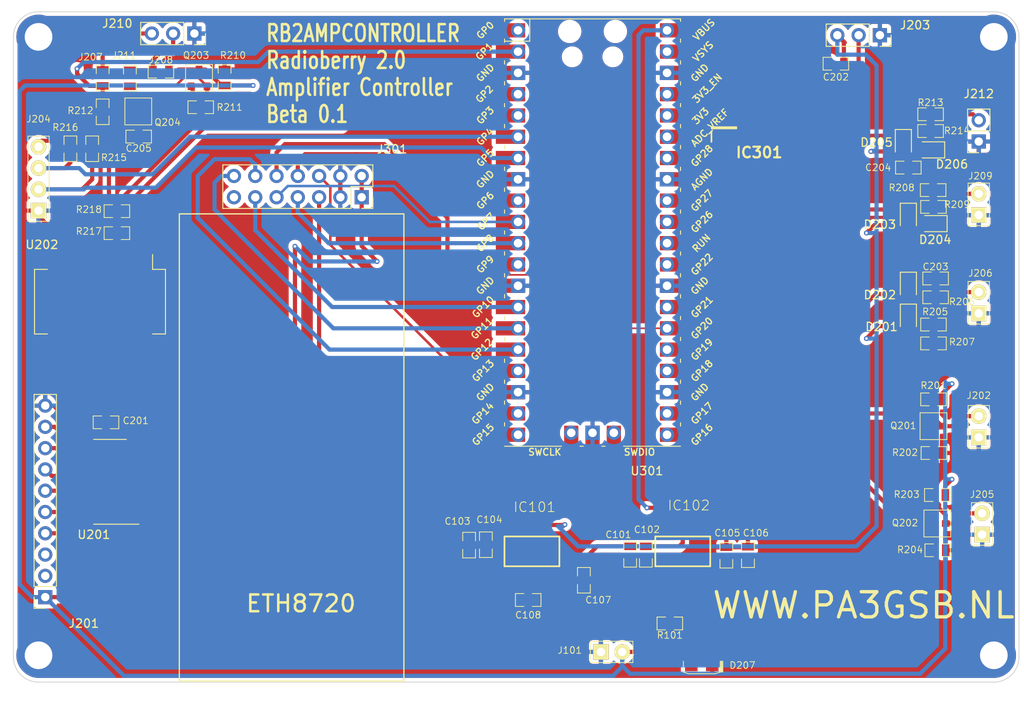
<source format=kicad_pcb>
(kicad_pcb (version 20221018) (generator pcbnew)
  (layers (0 "F.Cu" signal) (31 "B.Cu" signal) (34 "B.Paste" user) (35 "F.Paste" user) (36 "B.SilkS" user "B.Silkscreen") (37 "F.SilkS" user "F.Silkscreen") (38 "B.Mask" user) (39 "F.Mask" user) (44 "Edge.Cuts" user))
  (net 0 "")
  (net 1 "+5V")
  (net 2 "GND")
  (net 3 "+3V3")
  (net 4 "+12V")
  (net 5 "VoltCheck")
  (net 6 "Net-(Q204-B)")
  (net 7 "UFWD")
  (net 8 "Urev")
  (net 9 "Net-(IC301-CATHODE)")
  (net 11 "Net-(J201-Pin_2)")
  (net 12 "Net-(J201-Pin_3)")
  (net 13 "Net-(J201-Pin_4)")
  (net 14 "Net-(J201-Pin_5)")
  (net 15 "Net-(J201-Pin_6)")
  (net 16 "Net-(J201-Pin_7)")
  (net 17 "Net-(J201-Pin_8)")
  (net 18 "Net-(J201-Pin_9)")
  (net 19 "Net-(J202-P2)")
  (net 20 "Current")
  (net 21 "I2C0 SCK")
  (net 22 "I2C0 SDA")
  (net 23 "Net-(J205-P2)")
  (net 24 "Net-(J206-P2)")
  (net 25 "FAN_PWM")
  (net 26 "Net-(J210-Pin_3)")
  (net 27 "Net-(J210-Pin_2)")
  (net 28 "Net-(J209-P2)")
  (net 29 "TX")
  (net 30 "BIAS")
  (net 31 "Net-(Q203-G)")
  (net 32 "Net-(Q203-S)")
  (net 33 "Net-(R205-Pad2)")
  (net 34 "Net-(J212-P2)")
  (net 35 "Net-(U201-I1)")
  (net 36 "Net-(U201-I2)")
  (net 37 "Net-(U201-I3)")
  (net 38 "Net-(U201-I4)")
  (net 39 "Net-(U201-I5)")
  (net 40 "Net-(U201-I6)")
  (net 41 "Net-(U201-I7)")
  (net 42 "Net-(U201-I8)")
  (net 43 "I2C1 SCK")
  (net 44 "I2C1 SDA")
  (net 50 "RXD0")
  (net 51 "RXD1")
  (net 52 "CRS")
  (net 54 "MDIO")
  (net 55 "TX_EN")
  (net 56 "TXD1")
  (net 58 "MDC")
  (net 60 "RXCLK")
  (net 69 "TXD0")
  (net 71 "Net-(D207-A)")
  (footprint "hermeslite:SMD-0805" (layer "F.Cu") (at 142.830063 129.600062 180)
    (fp_text reference "C108")
    (fp_text value "10uF" hide)
  )
  (footprint "hermeslite:SMD-0805" (layer "F.Cu") (at 191.2475 112.06 180)
    (fp_text reference "R202")
    (fp_text value "4.7K" hide)
  )
  (footprint "Diode_SMD:D_0805_2012Metric" (layer "F.Cu") (at 188.2 95.98 -90)
    (fp_text reference "D201")
    (fp_text value "DIODESCH" hide)
  )
  (footprint "hermeslite:SMD-0805" (layer "F.Cu") (at 191.45 91.23 180)
    (fp_text reference "C203")
    (fp_text value "1uF" hide)
  )
  (footprint "hermeslite:SMD-0805" (layer "F.Cu") (at 93.7525 85.824 180)
    (fp_text reference "R217")
    (fp_text value "4.7K" hide)
  )
  (footprint "hermeslite:SMD-0805" (layer "F.Cu") (at 149.477563 127.247562 -90)
    (fp_text reference "C107")
    (fp_text value "100nF" hide)
  )
  (footprint "Connector_PinSocket_2.54mm:PinSocket_1x10_P2.54mm_Vertical" (layer "F.Cu") (at 85.2 129.26 180)
    (fp_text reference "J201")
    (fp_text value "LPF")
  )
  (footprint "hermeslite:SMD-0805" (layer "F.Cu") (at 191.2 98.98 180)
    (fp_text reference "R207")
    (fp_text value "10K" hide)
  )
  (footprint "hermeslite:SOT23_3" (layer "F.Cu") (at 190.2 108.86 -90)
    (fp_text reference "Q201")
    (fp_text value "MOSFET_N" hide)
  )
  (footprint "hermeslite:SMD-0805" (layer "F.Cu") (at 190.85 73.6375)
    (fp_text reference "R214")
    (fp_text value "10K" hide)
  )
  (footprint "Diode_SMD:D_0805_2012Metric" (layer "F.Cu") (at 187.6 75.1375 -90)
    (fp_text reference "D205")
    (fp_text value "DIODESCH" hide)
  )
  (footprint "hermeslite:m3" (layer "F.Cu") (at 84.4 62.4)
    (fp_text reference "MH1" hide)
    (fp_text value "DNI" hide)
  )
  (footprint "hermeslite:SMD-0805" (layer "F.Cu") (at 179.5525 65.6 180)
    (fp_text reference "C202")
    (fp_text value "100nF" hide)
  )
  (footprint "hermeslite:SMD-0805" (layer "F.Cu") (at 92.05 67.2975 90)
    (fp_text reference "J207")
    (fp_text value "JNC" hide)
  )
  (footprint "hermeslite:SMD-0805" (layer "F.Cu") (at 188.2 78 180)
    (fp_text reference "C204")
    (fp_text value "100nF" hide)
  )
  (footprint "hermeslite:SMD-0805" (layer "F.Cu") (at 191.1525 80.6875 180)
    (fp_text reference "R208")
    (fp_text value "20K" hide)
  )
  (footprint "Connector_PinSocket_2.54mm:PinSocket_1x03_P2.54mm_Vertical" (layer "F.Cu") (at 184.805 62.2 -90)
    (fp_text reference "J203")
    (fp_text value "Current")
  )
  (footprint "rb-eagle:V-REG_SOT223" (layer "F.Cu") (at 161.277563 123.800062)
    (fp_text reference "IC102")
    (fp_text value "V-REG_LD117AS50TR" hide)
  )
  (footprint "hermeslite:SMD-0805" (layer "F.Cu") (at 93.7525 83.2 180)
    (fp_text reference "R218")
    (fp_text value "4.7K" hide)
  )
  (footprint "hermeslite:SMD-0805" (layer "F.Cu") (at 106.6 67.2475 90)
    (fp_text reference "R210")
    (fp_text value "DNI" hide)
  )
  (footprint "hermeslite:SMD-0805" (layer "F.Cu") (at 96.3475 74.2975)
    (fp_text reference "C205")
    (fp_text value "DNI" hide)
  )
  (footprint "hermeslite:SMD-0805" (layer "F.Cu") (at 155 124.1525 -90)
    (fp_text reference "C101")
    (fp_text value "100pF" hide)
  )
  (footprint "rb-eagle:V-REG_SOT223" (layer "F.Cu") (at 143.277563 123.800062)
    (fp_text reference "IC101")
    (fp_text value "V-REG_LD117AS33TR" hide)
  )
  (footprint "hermeslite:SMD-0805" (layer "F.Cu") (at 190.85 71.6375 180)
    (fp_text reference "R213")
    (fp_text value "20K" hide)
  )
  (footprint "hermeslite:2x1" (layer "F.Cu") (at 196.6 83.6675 90)
    (fp_text reference "J209")
    (fp_text value "Ufwd")
  )
  (footprint "hermeslite:SMD-0805" (layer "F.Cu") (at 90.8 75.7525 90)
    (fp_text reference "R215")
    (fp_text value "4.7K" hide)
  )
  (footprint "hermeslite:m3" (layer "F.Cu") (at 84.4 136.2)
    (fp_text reference "MH3" hide)
    (fp_text value "DNI" hide)
  )
  (footprint "Package_SO:SOIC-16_3.9x9.9mm_P1.27mm" (layer "F.Cu") (at 92.925 115.495 180)
    (fp_text reference "U201")
    (fp_text value "ULN2803")
  )
  (footprint "hermeslite:m3" (layer "F.Cu") (at 198.4 136.2)
    (fp_text reference "MH4" hide)
    (fp_text value "DNI" hide)
  )
  (footprint "hermeslite:SMD-0805" (layer "F.Cu") (at 191.2 82.6875)
    (fp_text reference "R209")
    (fp_text value "10K" hide)
  )
  (footprint "hermeslite:2x1" (layer "F.Cu") (at 151.512563 135.800062)
    (fp_text reference "J101")
    (fp_text value "+12V")
  )
  (footprint "hermeslite:SMD-0805" (layer "F.Cu") (at 137.782563 123.000062 -90)
    (fp_text reference "C104")
    (fp_text value "10uF" hide)
  )
  (footprint "hermeslite:m3" (layer "F.Cu") (at 198.4 62.4)
    (fp_text reference "MH2" hide)
    (fp_text value "DNI" hide)
  )
  (footprint "hermeslite:2x1" (layer "F.Cu") (at 197 121.8 90)
    (fp_text reference "J205")
    (fp_text value "BIAS")
  )
  (footprint "hermeslite:SMD-0805" (layer "F.Cu") (at 191.6575 117.07)
    (fp_text reference "R203")
    (fp_text value "10K" hide)
  )
  (footprint "MCU_RaspberryPi_and_Boards:RPi_Pico_SMD_TH" (layer "F.Cu") (at 150.51 85.75)
    (fp_text reference "U301")
    (fp_text value "Pico")
  )
  (footprint "Connector_PinSocket_2.54mm:PinSocket_2x07_P2.54mm_Vertical" (layer "F.Cu") (at 122.96 81.54 -90)
    (fp_text reference "J301")
    (fp_text value "Eth" hide)
  )
  (footprint "Package_SO:SOIC-20W_7.5x15.4mm_P1.27mm" (layer "F.Cu") (at 91.7325 93.999 -90)
    (fp_text reference "U202")
    (fp_text value "MCP23008-E_SS")
  )
  (footprint "hermeslite:SMD-0805" (layer "F.Cu") (at 159.735063 132.400062)
    (fp_text reference "R101")
    (fp_text value "680" hide)
  )
  (footprint "hermeslite:SMD-0805" (layer "F.Cu") (at 103.7525 70.7975 180)
    (fp_text reference "R211")
    (fp_text value "DNI" hide)
  )
  (footprint "hermeslite:SMD-0805" (layer "F.Cu") (at 191.2 96.73 180)
    (fp_text reference "R205")
    (fp_text value "330K" hide)
  )
  (footprint "hermeslite:SMD-0805" (layer "F.Cu") (at 191.2 105.66)
    (fp_text reference "R201")
    (fp_text value "10K" hide)
  )
  (footprint "hermeslite:SMD-0805" (layer "F.Cu") (at 99.0025 66.5475 180)
    (fp_text reference "J208")
    (fp_text value "JNC" hide)
  )
  (footprint "hermeslite:SOT23_3" (layer "F.Cu") (at 190.655 120.47 -90)
    (fp_text reference "Q202")
    (fp_text value "MOSFET_N" hide)
  )
  (footprint "LM4040DIM3X:SOT95P237X112-3N" (layer "F.Cu") (at 166.2 73.25 90)
    (fp_text reference "IC301")
    (fp_text value "LM4040DIM3X-3.0_NOPB" hide)
  )
  (footprint "hermeslite:SMD-0805" (layer "F.Cu") (at 135.782563 123.047562 -90)
    (fp_text reference "C103")
    (fp_text value "100nF" hide)
  )
  (footprint "Diode_SMD:D_0805_2012Metric" (layer "F.Cu") (at 188.2 83.9375 -90)
    (fp_text reference "D203")
    (fp_text value "DIODESCH" hide)
  )
  (footprint "hermeslite:SMD-0805" (layer "F.Cu") (at 156.877563 124.152562 -90)
    (fp_text reference "C102")
    (fp_text value "100nF" hide)
  )
  (footprint "hermeslite:2x1" (layer "F.Cu") (at 196.6 95.4 90)
    (fp_text reference "J206")
    (fp_text value "Voltage Check")
  )
  (footprint "hermeslite:SMD-0805" (layer "F.Cu") (at 166.477563 124.257562 90)
    (fp_text reference "C105")
    (fp_text value "100pF" hide)
  )
  (footprint "Connector_PinSocket_2.54mm:PinSocket_1x02_P2.54mm_Vertical" (layer "F.Cu") (at 196.6 74.8875 180)
    (fp_text reference "J212")
    (fp_text value "Urev")
  )
  (footprint "hermeslite:SMD-0805" (layer "F.Cu") (at 88.2 75.7525 90)
    (fp_text reference "R216")
    (fp_text value "4.7K" hide)
  )
  (footprint "hermeslite:4x1" (layer "F.Cu") (at 84.4 83.14 90)
    (fp_text reference "J204")
    (fp_text value "Temp")
  )
  (footprint "hermeslite:SMD-0805" (layer "F.Cu") (at 92.4475 108.4)
    (fp_text reference "C201")
    (fp_text value "100nF" hide)
  )
  (footprint "hermeslite:SMD-0805" (layer "F.Cu") (at 169.0575 124.200062 90)
    (fp_text reference "C106")
    (fp_text value "100nF" hide)
  )
  (footprint "hermeslite:2x1" (layer "F.Cu") (at 196.6 110.2 90)
    (fp_text reference "J202")
    (fp_text value "TX")
  )
  (footprint "hermeslite:SMD-0805" (layer "F.Cu") (at 191.7025 123.67 180)
    (fp_text reference "R204")
    (fp_text value "4.7K" hide)
  )
  (footprint "hermeslite:SOT23_3" (layer "F.Cu") (at 95.3 71.2975 -90)
    (fp_text reference "Q204")
    (fp_text value "DNI" hide)
  )
  (footprint "hermeslite:SOT23_3" (layer "F.Cu") (at 103.55 68.2975)
    (fp_text reference "Q203")
    (fp_text value "DNI" hide)
  )
  (footprint "Diode_SMD:D_0805_2012Metric" (layer "F.Cu") (at 190.85 75.8875 180)
    (fp_text reference "D206")
    (fp_text value "DIODESCH" hide)
  )
  (footprint "hermeslite:LED" (layer "F.Cu") (at 163.55 137.6)
    (fp_text reference "D207")
    (fp_text value "LED_Small")
  )
  (footprint "Connector_PinSocket_2.54mm:PinSocket_1x03_P2.54mm_Vertical" (layer "F.Cu") (at 103 62 -90)
    (fp_text reference "J210")
    (fp_text value "Fan")
  )
  (footprint "Diode_SMD:D_0805_2012Metric" (layer "F.Cu") (at 191.1375 84.6875 180)
    (fp_text reference "D204")
    (fp_text value "DIODESCH" hide)
  )
  (footprint "Diode_SMD:D_0805_2012Metric" (layer "F.Cu") (at 188.2 92.1675 -90)
    (fp_text reference "D202")
    (fp_text value "DIODESCH" hide)
  )
  (footprint "hermeslite:SMD-0805" (layer "F.Cu") (at 191.45 93.48 180)
    (fp_text reference "R206")
    (fp_text value "1K" hide)
  )
  (footprint "hermeslite:SMD-0805" (layer "F.Cu") (at 95.3 67.345 -90)
    (fp_text reference "J211")
    (fp_text value "DNI" hide)
  )
  (footprint "hermeslite:SMD-0805" (layer "F.Cu") (at 92.05 71.345 90)
    (fp_text reference "R212")
    (fp_text value "DNI" hide)
  )
  (gr_rect (start 101.2 83.525) (end 128 139.275) (stroke (width 0.15)) (fill none) (layer "F.SilkS"))
  (gr_line (start 81.4 136.4) (end 81.4 62.4) (stroke (width 0.1)) (layer "Edge.Cuts"))
  (gr_arc (start 81.4 62.4) (mid 82.27868 60.27868) (end 84.4 59.4) (stroke (width 0.1)) (layer "Edge.Cuts"))
  (gr_line (start 84.4 59.4) (end 198.4 59.4) (stroke (width 0.1)) (layer "Edge.Cuts"))
  (gr_line (start 198.4 139.4) (end 84.4 139.4) (stroke (width 0.1)) (layer "Edge.Cuts"))
  (gr_line (start 201.4 62.4) (end 201.4 136.4) (stroke (width 0.1)) (layer "Edge.Cuts"))
  (gr_arc (start 201.4 136.4) (mid 200.52132 138.52132) (end 198.4 139.4) (stroke (width 0.1)) (layer "Edge.Cuts"))
  (gr_arc (start 84.4 139.4) (mid 82.27868 138.52132) (end 81.4 136.4) (stroke (width 0.1)) (layer "Edge.Cuts"))
  (gr_arc (start 198.4 59.4) (mid 200.52132 60.27868) (end 201.4 62.4) (stroke (width 0.1)) (layer "Edge.Cuts"))
  (gr_text "ETH8720" (at 109 131.2) (layer "F.SilkS") (effects (font (size 2 2) (thickness 0.3)) (justify left bottom)))
  (gr_text "RB2AMPCONTROLLER\nRadioberry 2.0 \nAmplifier Controller\nBeta 0.1" (at 111.4 72.8) (layer "F.SilkS") (effects (font (size 2 1.5) (thickness 0.3)) (justify left bottom)))
  (gr_text "WWW.PA3GSB.NL" (at 164.6 132) (layer "F.SilkS") (effects (font (size 3 3) (thickness 0.4)) (justify left bottom)))
  (segment (start 143.782563 129.600062) (end 145.0575 129.600062) (width 0.5) (layer "F.Cu") (net 1))
  (segment (start 161 118.6) (end 161.277501 118.877501) (width 0.5) (layer "F.Cu") (net 1))
  (segment (start 146.507438 126.950124) (end 147.1625 126.295062) (width 0.5) (layer "F.Cu") (net 1))
  (segment (start 151.0575 123.200062) (end 149.477563 124.779999) (width 0.5) (layer "F.Cu") (net 1))
  (segment (start 157 118.6) (end 161 118.6) (width 0.5) (layer "F.Cu") (net 1))
  (segment (start 161.277501 118.877501) (end 161.277501 120.650125) (width 0.5) (layer "F.Cu") (net 1))
  (segment (start 156.877501 123.2) (end 156.877563 123.200062) (width 0.5) (layer "F.Cu") (net 1))
  (segment (start 161.277501 122.780061) (end 161.277501 120.650125) (width 0.5) (layer "F.Cu") (net 1))
  (segment (start 156.877563 123.200062) (end 160.8575 123.200062) (width 0.5) (layer "F.Cu") (net 1))
  (segment (start 147.1625 126.295062) (end 149.477563 126.295062) (width 0.5) (layer "F.Cu") (net 1))
  (segment (start 145.0575 129.600062) (end 145.5775 129.080062) (width 0.5) (layer "F.Cu") (net 1))
  (segment (start 160.8575 123.200062) (end 161.277501 122.780061) (width 0.5) (layer "F.Cu") (net 1))
  (segment (start 154.677563 123.200062) (end 151.0575 123.200062) (width 0.5) (layer "F.Cu") (net 1))
  (segment (start 149.477563 124.779999) (end 149.477563 126.295062) (width 0.5) (layer "F.Cu") (net 1))
  (segment (start 145.5775 129.080062) (end 145.5775 126.950124) (width 0.5) (layer "F.Cu") (net 1))
  (segment (start 155 123.2) (end 156.877501 123.2) (width 0.5) (layer "F.Cu") (net 1))
  (segment (start 145.5775 126.950124) (end 146.507438 126.950124) (width 0.5) (layer "F.Cu") (net 1))
  (via (at 157 118.6) (size 0.6) (drill 0.3) (layers "F.Cu" "B.Cu") (net 1))
  (segment (start 159.4 61.62) (end 156.58 61.62) (width 0.5) (layer "B.Cu") (net 1))
  (segment (start 156.58 61.62) (end 156 62.2) (width 0.5) (layer "B.Cu") (net 1))
  (segment (start 156 62.2) (end 156 117.6) (width 0.5) (layer "B.Cu") (net 1))
  (segment (start 156 117.6) (end 157 118.6) (width 0.5) (layer "B.Cu") (net 1))
  (segment (start 166.477563 123.305062) (end 169 123.305062) (width 0.5) (layer "F.Cu") (net 2))
  (segment (start 90.45 110.65) (end 86.2 106.4) (width 0.5) (layer "F.Cu") (net 2))
  (segment (start 192.4025 91.23) (end 192.4025 89) (width 0.5) (layer "F.Cu") (net 2))
  (segment (start 164.7525 123.305062) (end 166.477563 123.305062) (width 0.5) (layer "F.Cu") (net 2))
  (segment (start 157.407562 126.950124) (end 158.977501 126.950124) (width 0.5) (layer "F.Cu") (net 2))
  (segment (start 191.2 78) (end 191.7875 77.4125) (width 0.5) (layer "F.Cu") (net 2))
  (segment (start 138.607562 126.950124) (end 137.782563 126.125125) (width 0.5) (layer "F.Cu") (net 2))
  (segment (start 189.1525 78) (end 191.2 78) (width 0.5) (layer "F.Cu") (net 2))
  (segment (start 191.7875 77.4125) (end 191.7875 75.8875) (width 0.5) (layer "F.Cu") (net 2))
  (segment (start 169 123.305062) (end 169.0575 123.247562) (width 0.5) (layer "F.Cu") (net 2))
  (segment (start 86.2 106.4) (end 85.2 106.4) (width 0.5) (layer "F.Cu") (net 2))
  (segment (start 196.6 74.8875) (end 194.5125 74.8875) (width 0.5) (layer "F.Cu") (net 2))
  (segment (start 84.4 84.2) (end 84.8235 84.2) (width 0.5) (layer "F.Cu") (net 2))
  (segment (start 196.6 83.6675) (end 195.0675 83.6675) (width 0.5) (layer "F.Cu") (net 2))
  (segment (start 196.67 121.47) (end 197 121.8) (width 0.5) (layer "F.Cu") (net 2))
  (segment (start 160.0575 124.400062) (end 163.6575 124.400062) (width 0.5) (layer "F.Cu") (net 2))
  (segment (start 154.677563 125.105062) (end 156.877563 125.105062) (width 0.5) (layer "F.Cu") (net 2))
  (segment (start 137.735063 124.000062) (end 137.782563 123.952562) (width 0.5) (layer "F.Cu") (net 2))
  (segment (start 163.6575 124.400062) (end 164.7525 123.305062) (width 0.5) (layer "F.Cu") (net 2))
  (segment (start 193.5125 75.8875) (end 191.7875 75.8875) (width 0.5) (layer "F.Cu") (net 2))
  (segment (start 191.7875 73.6525) (end 191.8025 73.6375) (width 0.5) (layer "F.Cu") (net 2))
  (segment (start 91.495 109.605) (end 90.45 110.65) (width 0.5) (layer "F.Cu") (net 2))
  (segment (start 90.45 111.05) (end 90.45 110.65) (width 0.5) (layer "F.Cu") (net 2))
  (segment (start 84.4 83.14) (end 84.4 84.2) (width 0.5) (layer "F.Cu") (net 2))
  (segment (start 188.2 89.8) (end 188.2 91.23) (width 0.5) (layer "F.Cu") (net 2))
  (segment (start 194.0875 82.6875) (end 192.1525 82.6875) (width 0.5) (layer "F.Cu") (net 2))
  (segment (start 91.495 108.4) (end 91.495 109.605) (width 0.5) (layer "F.Cu") (net 2))
  (segment (start 189 89) (end 188.2 89.8) (width 0.5) (layer "F.Cu") (net 2))
  (segment (start 120.42 81.54) (end 120.42 79) (width 0.5) (layer "F.Cu") (net 2))
  (segment (start 154.677563 126.579999) (end 154.677563 125.105062) (width 0.5) (layer "F.Cu") (net 2))
  (segment (start 140.977501 126.950124) (end 138.607562 126.950124) (width 0.5) (layer "F.Cu") (net 2))
  (segment (start 192.075 84.6875) (end 192.4025 85.015) (width 0.5) (layer "F.Cu") (net 2))
  (segment (start 156.877563 126.420125) (end 157.407562 126.950124) (width 0.5) (layer "F.Cu") (net 2))
  (segment (start 97.3 74.2975) (end 97.3 71.2975) (width 0.5) (layer "F.Cu") (net 2))
  (segment (start 137.782563 126.125125) (end 137.782563 123.952562) (width 0.5) (layer "F.Cu") (net 2))
  (segment (start 158.977501 126.950124) (end 158.977501 125.480061) (width 0.5) (layer "F.Cu") (net 2))
  (segment (start 153.0575 128.200062) (end 154.677563 126.579999) (width 0.5) (layer "F.Cu") (net 2))
  (segment (start 156.877563 125.105062) (end 156.877563 126.420125) (width 0.5) (layer "F.Cu") (net 2))
  (segment (start 94.9075 89.374) (end 92.3675 89.374) (width 0.5) (layer "F.Cu") (net 2))
  (segment (start 149.477563 128.200062) (end 153.0575 128.200062) (width 0.5) (layer "F.Cu") (net 2))
  (segment (start 192.4025 89) (end 189 89) (width 0.5) (layer "F.Cu") (net 2))
  (segment (start 151.512563 135.800062) (end 151.512563 131.655125) (width 0.5) (layer "F.Cu") (net 2))
  (segment (start 192.4025 85.015) (end 192.4025 89) (width 0.5) (layer "F.Cu") (net 2))
  (segment (start 149.477563 129.620125) (end 149.477563 128.200062) (width 0.5) (layer "F.Cu") (net 2))
  (segment (start 135.782563 124.000062) (end 137.735063 124.000062) (width 0.5) (layer "F.Cu") (net 2))
  (segment (start 196.6 95.4) (end 196.6 97.2) (width 0.5) (layer "F.Cu") (net 2))
  (segment (start 194.82 98.98) (end 192.1525 98.98) (width 0.5) (layer "F.Cu") (net 2))
  (segment (start 192.075 82.765) (end 192.1525 82.6875) (width 0.5) (layer "F.Cu") (net 2))
  (segment (start 84.8235 84.2) (end 87.2875 86.664) (width 0.5) (layer "F.Cu") (net 2))
  (segment (start 106.6 62.2) (end 106.6 66.295) (width 0.5) (layer "F.Cu") (net 2))
  (segment (start 194.5125 74.8875) (end 193.5125 75.8875) (width 0.5) (layer "F.Cu") (net 2))
  (segment (start 151.512563 131.655125) (end 149.477563 129.620125) (width 0.5) (layer "F.Cu") (net 2))
  (segment (start 158.977501 125.480061) (end 160.0575 124.400062) (width 0.5) (layer "F.Cu") (net 2))
  (segment (start 140.977501 126.950124) (end 140.977501 128.7) (width 0.5) (layer "F.Cu") (net 2))
  (segment (start 103 62) (end 106.4 62) (width 0.5) (layer "F.Cu") (net 2))
  (segment (start 192.075 84.6875) (end 192.075 82.765) (width 0.5) (layer "F.Cu") (net 2))
  (segment (start 196.6 97.2) (end 194.82 98.98) (width 0.5) (layer "F.Cu") (net 2))
  (segment (start 191.7875 75.8875) (end 191.7875 73.6525) (width 0.5) (layer "F.Cu") (net 2))
  (segment (start 195.0675 83.6675) (end 194.0875 82.6875) (width 0.5) (layer "F.Cu") (net 2))
  (segment (start 106.4 62) (end 106.6 62.2) (width 0.5) (layer "F.Cu") (net 2))
  (segment (start 87.2875 89.374) (end 87.2875 86.664) (width 0.5) (layer "F.Cu") (net 2))
  (segment (start 140.977501 128.7) (end 141.877563 129.600062) (width 0.5) (layer "F.Cu") (net 2))
  (segment (start 199.4 85) (end 199.4 94.8) (width 0.5) (layer "B.Cu") (net 2))
  (segment (start 199.4 94.8) (end 198.8 95.4) (width 0.5) (layer "B.Cu") (net 2))
  (segment (start 198.2 62.2) (end 198.4 62.4) (width 0.5) (layer "B.Cu") (net 2))
  (segment (start 196.6 83.6675) (end 198.0675 83.6675) (width 0.5) (layer "B.Cu") (net 2))
  (segment (start 198.0675 83.6675) (end 199.4 85) (width 0.5) (layer "B.Cu") (net 2))
  (segment (start 198.8 95.4) (end 196.6 95.4) (width 0.5) (layer "B.Cu") (net 2))
  (segment (start 184.805 62.2) (end 198.2 62.2) (width 0.5) (layer "B.Cu") (net 2))
  (segment (start 121.2 118.2) (end 142.4 118.2) (width 0.5) (layer "F.Cu") (net 3))
  (segment (start 91.0975 92.474) (end 93.0475 94.424) (width 0.5) (layer "F.Cu") (net 3))
  (segment (start 184.6825 96.9175) (end 183.2 98.4) (width 0.5) (layer "F.Cu") (net 3))
  (segment (start 137.735063 122.095062) (end 137.782563 122.047562) (width 0.5) (layer "F.Cu") (net 3))
  (segment (start 100.9799 99.2) (end 102.2 99.2) (width 0.5) (layer "F.Cu") (net 3))
  (segment (start 179.725 62.2) (end 180.6 63.075) (width 0.5) (layer "F.Cu") (net 3))
  (segment (start 90.8 74.8) (end 91.8 74.8) (width 0.5) (layer "F.Cu") (net 3))
  (segment (start 97.4475 97) (end 98.7799 97) (width 0.5) (layer "F.Cu") (net 3))
  (segment (start 102.2 99.2) (end 121.2 118.2) (width 0.5) (layer "F.Cu") (net 3))
  (segment (start 115 105.6) (end 125.8 116.4) (width 0.5) (layer "F.Cu") (net 3))
  (segment (start 96.6475 94.424) (end 97.4475 95.224) (width 0.5) (layer "F.Cu") (net 3))
  (segment (start 188.2 84.875) (end 184.125 84.875) (width 0.5) (layer "F.Cu") (net 3))
  (segment (start 140.077501 116.4) (end 143.277501 119.6) (width 0.5) (layer "F.Cu") (net 3))
  (segment (start 143.277501 119.077501) (end 143.277501 119.6) (width 0.5) (layer "F.Cu") (net 3))
  (segment (start 137.782563 120.874999) (end 137.782563 122.047562) (width 0.5) (layer "F.Cu") (net 3))
  (segment (start 98.7799 97) (end 100.9799 99.2) (width 0.5) (layer "F.Cu") (net 3))
  (segment (start 122.96 87.36) (end 124.8 89.2) (width 0.5) (layer "F.Cu") (net 3))
  (segment (start 143.277501 119.6) (end 143.277501 120.650125) (width 0.5) (layer "F.Cu") (net 3))
  (segment (start 188.2 96.9175) (end 184.6825 96.9175) (width 0.5) (layer "F.Cu") (net 3))
  (segment (start 91.8 74.8) (end 92.8 75.8) (width 0.5) (layer "F.Cu") (net 3))
  (segment (start 125.8 116.4) (end 140.077501 116.4) (width 0.5) (layer "F.Cu") (net 3))
  (segment (start 147.149875 120.650125) (end 147.2 120.6) (width 0.5) (layer "F.Cu") (net 3))
  (segment (start 142.4 118.2) (end 143.277501 119.077501) (width 0.5) (layer "F.Cu") (net 3))
  (segment (start 180.6 63.075) (end 180.505 63.17) (width 0.5) (layer "F.Cu") (net 3))
  (segment (start 135.782563 122.095062) (end 137.735063 122.095062) (width 0.5) (layer "F.Cu") (net 3))
  (segment (start 122.96 79) (end 122.96 81.54) (width 0.5) (layer "F.Cu") (net 3))
  (segment (start 187.6 76.075) (end 183.725 76.075) (width 0.5) (layer "F.Cu") (net 3))
  (segment (start 93.0475 94.424) (end 96.6475 94.424) (width 0.5) (layer "F.Cu") (net 3))
  (segment (start 143.277501 120.650125) (end 147.149875 120.650125) (width 0.5) (layer "F.Cu") (net 3))
  (segment (start 91.0975 86.3025) (end 91.576 85.824) (width 0.5) (layer "F.Cu") (net 3))
  (segment (start 187.525 76.075) (end 187.2475 76.3525) (width 0.5) (layer "F.Cu") (net 3))
  (segment (start 122.96 81.54) (end 122.96 87.36) (width 0.5) (layer "F.Cu") (net 3))
  (segment (start 84.4 75.2) (end 84.8 74.8) (width 0.5) (layer "F.Cu") (net 3))
  (segment (start 92.8 85.824) (end 92.8 83.2) (width 0.5) (layer "F.Cu") (net 3))
  (segment (start 91.576 85.824) (end 92.8 85.824) (width 0.5) (layer "F.Cu") (net 3))
  (segment (start 88.2 74.8) (end 90.8 74.8) (width 0.5) (layer "F.Cu") (net 3))
  (segment (start 115 87.4) (end 115 105.6) (width 0.5) (layer "F.Cu") (net 3))
  (segment (start 97.4475 97) (end 97.4475 98.624) (width 0.5) (layer "F.Cu") (net 3))
  (segment (start 187.2475 76.3525) (end 187.2475 78) (width 0.5) (layer "F.Cu") (net 3))
  (segment (start 91.0975 89.374) (end 91.0975 92.474) (width 0.5) (layer "F.Cu") (net 3))
  (segment (start 84.8 74.8) (end 88.2 74.8) (width 0.5) (layer "F.Cu") (net 3))
  (segment (start 84.4 75.52) (end 84.4 75.2) (width 0.5) (layer "F.Cu") (net 3))
  (segment (start 91.0975 89.374) (end 91.0975 86.3025) (width 0.5) (layer "F.Cu") (net 3))
  (segment (start 138.007437 120.650125) (end 137.782563 120.874999) (width 0.5) (layer "F.Cu") (net 3))
  (segment (start 143.277501 120.650125) (end 138.007437 120.650125) (width 0.5) (layer "F.Cu") (net 3))
  (segment (start 180.505 63.17) (end 180.505 65.6) (width 0.5) (layer "F.Cu") (net 3))
  (segment (start 92.8 75.8) (end 92.8 83.2) (width 0.5) (layer "F.Cu") (net 3))
  (segment (start 184.125 84.875) (end 183.2 85.8) (width 0.5) (layer "F.Cu") (net 3))
  (segment (start 97.4475 95.224) (end 97.4475 97) (width 0.5) (layer "F.Cu") (net 3))
  (segment (start 187.6 76.075) (end 187.525 76.075) (width 0.5) (layer "F.Cu") (net 3))
  (via (at 183.2 98.4) (size 0.6) (drill 0.3) (layers "F.Cu" "B.Cu") (net 3))
  (via (at 183.2 85.8) (size 0.6) (drill 0.3) (layers "F.Cu" "B.Cu") (net 3))
  (via (at 124.8 89.2) (size 0.6) (drill 0.3) (layers "F.Cu" "B.Cu") (net 3))
  (via (at 115 87.4) (size 0.6) (drill 0.3) (layers "F.Cu" "B.Cu") (net 3))
  (via (at 183.725 76.075) (size 0.6) (drill 0.3) (layers "F.Cu" "B.Cu") (net 3))
  (via (at 147.2 120.6) (size 0.6) (drill 0.3) (layers "F.Cu" "B.Cu") (net 3))
  (segment (start 184.4 76) (end 184.4 85.8) (width 0.5) (layer "B.Cu") (net 3))
  (segment (start 116.8 89.2) (end 115 87.4) (width 0.5) (layer "B.Cu") (net 3))
  (segment (start 183.725 76.075) (end 183.8 76) (width 0.5) (layer "B.Cu") (net 3))
  (segment (start 184.4 120.8) (end 182 123.2) (width 0.5) (layer "B.Cu") (net 3))
  (segment (start 148.8 123.2) (end 146.4 120.8) (width 0.5) (layer "B.Cu") (net 3))
  (segment (start 147 120.8) (end 146.4 120.8) (width 0.5) (layer "B.Cu") (net 3))
  (segment (start 179.725 62.2) (end 179.725 64.525) (width 0.5) (layer "B.Cu") (net 3))
  (segment (start 147.2 120.6) (end 147 120.8) (width 0.5) (layer "B.Cu") (net 3))
  (segment (start 184.4 98.4) (end 184.4 120.8) (width 0.5) (layer "B.Cu") (net 3))
  (segment (start 183.125 64.525) (end 184.4 65.8) (width 0.5) (layer "B.Cu") (net 3))
  (segment (start 184.4 65.8) (end 184.4 76) (width 0.5) (layer "B.Cu") (net 3))
  (segment (start 184.4 85.8) (end 184.4 98.4) (width 0.5) (layer "B.Cu") (net 3))
  (segment (start 183.2 85.8) (end 184.4 85.8) (width 0.5) (layer "B.Cu") (net 3))
  (segment (start 182 123.2) (end 148.8 123.2) (width 0.5) (layer "B.Cu") (net 3))
  (segment (start 183.2 98.4) (end 184.4 98.4) (width 0.5) (layer "B.Cu") (net 3))
  (segment (start 183.8 76) (end 184.4 76) (width 0.5) (layer "B.Cu") (net 3))
  (segment (start 179.725 64.525) (end 183.125 64.525) (width 0.5) (layer "B.Cu") (net 3))
  (segment (start 124.8 89.2) (end 116.8 89.2) (width 0.5) (layer "B.Cu") (net 3))
  (segment (start 163.5775 126.950124) (end 163.5775 128.680062) (width 0.5) (layer "F.Cu") (net 4))
  (segment (start 92.48 112.32) (end 93.4 111.4) (width 0.5) (layer "F.Cu") (net 4))
  (segment (start 106.2 68.2) (end 106.6 68.2) (width 0.5) (layer "F.Cu") (net 4))
  (segment (start 154.052563 135.800062) (end 155.382563 135.800062) (width 0.5) (layer "F.Cu") (net 4))
  (segment (start 90.45 112.32) (end 92.48 112.32) (width 0.5) (layer "F.Cu") (net 4))
  (segment (start 192.1525 105.66) (end 192.1525 105.0475) (width 0.5) (layer "F.Cu") (net 4))
  (segment (start 101.1025 66.2975) (end 103.55 66.2975) (width 0.5) (layer "F.Cu") (net 4))
  (segment (start 166.477563 125.210062) (end 169 125.210062) (width 0.5) (layer "F.Cu") (net 4))
  (segment (start 104.2975 66.2975) (end 106.2 68.2) (width 0.5) (layer "F.Cu") (net 4))
  (segment (start 192.61 115.99) (end 193.4 115.2) (width 0.5) (layer "F.Cu") (net 4))
  (segment (start 93.4 124.6) (end 88.74 129.26) (width 0.5) (layer "F.Cu") (net 4))
  (segment (start 165.0475 125.210062) (end 166.477563 125.210062) (width 0.5) (layer "F.Cu") (net 4))
  (segment (start 155.382563 135.800062) (end 158.782563 132.400062) (width 0.5) (layer "F.Cu") (net 4))
  (segment (start 106.6 68.2) (end 110 68.2) (width 0.5) (layer "F.Cu") (net 4))
  (segment (start 158.782563 130.674999) (end 158.782563 132.400062) (width 0.5) (layer "F.Cu") (net 4))
  (segment (start 192.1525 105.0475) (end 193.4 103.8) (width 0.5) (layer "F.Cu") (net 4))
  (segment (start 93.4 110.8) (end 93.4 124.6) (width 0.5) (layer "F.Cu") (net 4))
  (segment (start 160.7775 128.680062) (end 158.782563 130.674999) (width 0.5) (layer "F.Cu") (net 4))
  (segment (start 163.5775 126.680062) (end 165.0475 125.210062) (width 0.5) (layer "F.Cu") (net 4))
  (segment (start 169 125.210062) (end 169.0575 125.152562) (width 0.5) (layer "F.Cu") (net 4))
  (segment (start 99.955 66.5475) (end 100.8525 66.5475) (width 0.5) (layer "F.Cu") (net 4))
  (segment (start 163.5775 126.950124) (end 163.5775 126.680062) (width 0.5) (layer "F.Cu") (net 4))
  (segment (start 88.74 129.26) (end 85.2 129.26) (width 0.5) (layer "F.Cu") (net 4))
  (segment (start 93.4 111.4) (end 93.4 110.8) (width 0.5) (layer "F.Cu") (net 4))
  (segment (start 100.8525 66.5475) (end 101.1025 66.2975) (width 0.5) (layer "F.Cu") (net 4))
  (segment (start 163.5775 128.680062) (end 160.7775 128.680062) (width 0.5) (layer "F.Cu") (net 4))
  (segment (start 93.4 110.8) (end 93.4 108.4) (width 0.5) (layer "F.Cu") (net 4))
  (segment (start 103.55 66.2975) (end 104.2975 66.2975) (width 0.5) (layer "F.Cu") (net 4))
  (segment (start 192.61 117.07) (end 192.61 115.99) (width 0.5) (layer "F.Cu") (net 4))
  (via (at 193.4 115.2) (size 0.6) (drill 0.3) (layers "F.Cu" "B.Cu") (net 4))
  (via (at 193.4 103.8) (size 0.6) (drill 0.3) (layers "F.Cu" "B.Cu") (net 4))
  (via (at 110 68.2) (size 0.6) (drill 0.3) (layers "F.Cu" "B.Cu") (net 4))
  (segment (start 82.15 127.75) (end 82.15 68.85) (width 0.5) (layer "B.Cu") (net 4))
  (segment (start 192.8 103.8) (end 192.6 103.6) (width 0.5) (layer "B.Cu") (net 4))
  (segment (start 94.59 138.65) (end 85.2 129.26) (width 0.5) (layer "B.Cu") (net 4))
  (segment (start 83.66 129.26) (end 82.15 127.75) (width 0.5) (layer "B.Cu") (net 4))
  (segment (start 193.4 103.8) (end 192.8 103.8) (width 0.5) (layer "B.Cu") (net 4))
  (segment (start 155 138.4) (end 189.6 138.4) (width 0.5) (layer "B.Cu") (net 4))
  (segment (start 192.6 135.4) (end 192.6 115.2) (width 0.5) (layer "B.Cu") (net 4))
  (segment (start 82.15 68.85) (end 82.8 68.2) (width 0.5) (layer "B.Cu") (net 4))
  (segment (start 192.6 115.2) (end 192.6 103.6) (width 0.5) (layer "B.Cu") (net 4))
  (segment (start 154.052563 137.452563) (end 155 138.4) (width 0.5) (layer "B.Cu") (net 4))
  (segment (start 85.2 129.26) (end 83.66 129.26) (width 0.5) (layer "B.Cu") (net 4))
  (segment (start 154.052563 135.800062) (end 154.052563 137.452563) (width 0.5) (layer "B.Cu") (net 4))
  (segment (start 82.8 68.2) (end 110 68.2) (width 0.5) (layer "B.Cu") (net 4))
  (segment (start 189.6 138.4) (end 192.6 135.4) (width 0.5) (layer "B.Cu") (net 4))
  (segment (start 152.95 138.65) (end 94.59 138.65) (width 0.5) (layer "B.Cu") (net 4))
  (segment (start 193.4 115.2) (end 192.6 115.2) (width 0.5) (layer "B.Cu") (net 4))
  (segment (start 154.052563 137.547437) (end 152.95 138.65) (width 0.5) (layer "B.Cu") (net 4))
  (segment (start 154.052563 135.800062) (end 154.052563 137.547437) (width 0.5) (layer "B.Cu") (net 4))
  (segment (start 177.68 99.72) (end 184.295 93.105) (width 0.5) (layer "F.Cu") (net 5))
  (segment (start 188.2 93.105) (end 188.2 95.0425) (width 0.5) (layer "F.Cu") (net 5))
  (segment (start 184.295 93.105) (end 188.2 93.105) (width 0.5) (layer "F.Cu") (net 5))
  (segment (start 190.4975 93.48) (end 190.4975 91.23) (width 0.5) (layer "F.Cu") (net 5))
  (segment (start 188.575 93.48) (end 188.2 93.105) (width 0.5) (layer "F.Cu") (net 5))
  (segment (start 159.4 99.72) (end 177.68 99.72) (width 0.5) (layer "F.Cu") (net 5))
  (segment (start 190.4975 93.48) (end 188.575 93.48) (width 0.5) (layer "F.Cu") (net 5))
  (segment (start 95.3 74.2025) (end 95.395 74.2975) (width 0.5) (layer "F.Cu") (net 6))
  (segment (start 95.3 72.2475) (end 95.3 74.2025) (width 0.5) (layer "F.Cu") (net 6))
  (segment (start 92.05 72.2975) (end 95.25 72.2975) (width 0.5) (layer "F.Cu") (net 6))
  (segment (start 95.25 72.2975) (end 95.3 72.2475) (width 0.5) (layer "F.Cu") (net 6))
  (segment (start 190.2475 82.6875) (end 188.5125 82.6875) (width 0.5) (layer "F.Cu") (net 7))
  (segment (start 190.2 80.6875) (end 190.2 82.64) (width 0.5) (layer "F.Cu") (net 7))
  (segment (start 188.5125 82.6875) (end 188.2 83) (width 0.5) (layer "F.Cu") (net 7))
  (segment (start 159.4 84.48) (end 181.12 84.48) (width 0.5) (layer "F.Cu") (net 7))
  (segment (start 181.12 84.48) (end 182.6 83) (width 0.5) (layer "F.Cu") (net 7))
  (segment (start 190.2 84.6875) (end 190.2 82.735) (width 0.5) (layer "F.Cu") (net 7))
  (segment (start 182.6 83) (end 188.2 83) (width 0.5) (layer "F.Cu") (net 7))
  (segment (start 190.2 82.735) (end 190.2475 82.6875) (width 0.5) (layer "F.Cu") (net 7))
  (segment (start 190.2 82.64) (end 190.2475 82.6875) (width 0.5) (layer "F.Cu") (net 7))
  (segment (start 183.2 74.2) (end 187.6 74.2) (width 0.5) (layer "F.Cu") (net 8))
  (segment (start 189.8975 73.6375) (end 189.8975 71.6375) (width 0.5) (layer "F.Cu") (net 8))
  (segment (start 159.4 81.94) (end 175.46 81.94) (width 0.5) (layer "F.Cu") (net 8))
  (segment (start 189.9125 73.6525) (end 189.8975 73.6375) (width 0.5) (layer "F.Cu") (net 8))
  (segment (start 189.8975 73.6375) (end 188.1625 73.6375) (width 0.5) (layer "F.Cu") (net 8))
  (segment (start 189.9125 75.8875) (end 189.9125 73.6525) (width 0.5) (layer "F.Cu") (net 8))
  (segment (start 188.1625 73.6375) (end 187.6 74.2) (width 0.5) (layer "F.Cu") (net 8))
  (segment (start 175.46 81.94) (end 183.2 74.2) (width 0.5) (layer "F.Cu") (net 8))
  (segment (start 165.23 74.32) (end 165.25 74.3) (width 0.5) (layer "F.Cu") (net 9))
  (segment (start 159.4 74.32) (end 165.23 74.32) (width 0.5) (layer "F.Cu") (net 9))
  (segment (start 87.56 121.64) (end 85.2 121.64) (width 0.5) (layer "F.Cu") (net 13))
  (segment (start 90.45 119.94) (end 89.26 119.94) (width 0.5) (layer "F.Cu") (net 13))
  (segment (start 89.26 119.94) (end 87.56 121.64) (width 0.5) (layer "F.Cu") (net 13))
  (segment (start 87.9 119.1) (end 85.2 119.1) (width 0.5) (layer "F.Cu") (net 14))
  (segment (start 90.45 118.67) (end 88.33 118.67) (width 0.5) (layer "F.Cu") (net 14))
  (segment (start 88.33 118.67) (end 87.9 119.1) (width 0.5) (layer "F.Cu") (net 14))
  (segment (start 86.56 116.56) (end 85.2 116.56) (width 0.5) (layer "F.Cu") (net 15))
  (segment (start 87.4 117.4) (end 86.56 116.56) (width 0.5) (layer "F.Cu") (net 15))
  (segment (start 90.45 117.4) (end 87.4 117.4) (width 0.5) (layer "F.Cu") (net 15))
  (segment (start 88.13 116.13) (end 86.8 114.8) (width 0.5) (layer "F.Cu") (net 16))
  (segment (start 85.98 114.8) (end 85.2 114.02) (width 0.5) (layer "F.Cu") (net 16))
  (segment (start 86.8 114.8) (end 85.98 114.8) (width 0.5) (layer "F.Cu") (net 16))
  (segment (start 90.45 116.13) (end 88.13 116.13) (width 0.5) (layer "F.Cu") (net 16))
  (segment (start 87.2 112.2) (end 86.48 111.48) (width 0.5) (layer "F.Cu") (net 17))
  (segment (start 90.45 114.86) (end 88.66 114.86) (width 0.5) (layer "F.Cu") (net 17))
  (segment (start 86.48 111.48) (end 85.2 111.48) (width 0.5) (layer "F.Cu") (net 17))
  (segment (start 88.66 114.86) (end 87.2 113.4) (width 0.5) (layer "F.Cu") (net 17))
  (segment (start 87.2 113.4) (end 87.2 112.2) (width 0.5) (layer "F.Cu") (net 17))
  (segment (start 88.99 113.59) (end 88.2 112.8) (width 0.5) (layer "F.Cu") (net 18))
  (segment (start 86.34 108.94) (end 85.2 108.94) (width 0.5) (layer "F.Cu") (net 18))
  (segment (start 88.2 112.8) (end 88.2 110.8) (width 0.5) (layer "F.Cu") (net 18))
  (segment (start 88.2 110.8) (end 86.34 108.94) (width 0.5) (layer "F.Cu") (net 18))
  (segment (start 90.45 113.59) (end 88.99 113.59) (width 0.5) (layer "F.Cu") (net 18))
  (segment (start 193.4 108.86) (end 194.6 107.66) (width 0.5) (layer "F.Cu") (net 19))
  (segment (start 190.2475 105.66) (end 190.2475 106.1075) (width 0.5) (layer "F.Cu") (net 19))
  (segment (start 192.2 108.86) (end 193.4 108.86) (width 0.5) (layer "F.Cu") (net 19))
  (segment (start 191.2 107.86) (end 192.2 108.86) (width 0.5) (layer "F.Cu") (net 19))
  (segment (start 191.2 107.06) (end 191.2 107.86) (width 0.5) (layer "F.Cu") (net 19))
  (segment (start 194.6 107.66) (end 196.6 107.66) (width 0.5) (layer "F.Cu") (net 19))
  (segment (start 190.2475 106.1075) (end 191.2 107.06) (width 0.5) (layer "F.Cu") (net 19))
  (segment (start 159.4 76.86) (end 176.74 76.86) (width 0.5) (layer "F.Cu") (net 20))
  (segment (start 176.74 76.86) (end 182.265 71.335) (width 0.5) (layer "F.Cu") (net 20))
  (segment (start 182.265 71.335) (end 182.265 62.2) (width 0.5) (layer "F.Cu") (net 20))
  (segment (start 90.8 76.705) (end 90.8 79.4) (width 0.5) (layer "F.Cu") (net 21))
  (segment (start 90.8 79.4) (end 89.6 80.6) (width 0.5) (layer "F.Cu") (net 21))
  (segment (start 89.6 80.6) (end 84.4 80.6) (width 0.5) (layer "F.Cu") (net 21))
  (segment (start 103.2 75.6) (end 98.4 80.4) (width 0.5) (layer "B.Cu") (net 21))
  (segment (start 90 80.4) (end 89.8 80.6) (width 0.5) (layer "B.Cu") (net 21))
  (segment (start 98.4 80.4) (end 90 80.4) (width 0.5) (layer "B.Cu") (net 21))
  (segment (start 137.2 75.6) (end 103.2 75.6) (width 0.5) (layer "B.Cu") (net 21))
  (segment (start 89.8 80.6) (end 84.4 80.6) (width 0.5) (layer "B.Cu") (net 21))
  (segment (start 141.62 76.86) (end 138.46 76.86) (width 0.5) (layer "B.Cu") (net 21))
  (segment (start 138.46 76.86) (end 137.2 75.6) (width 0.5) (layer "B.Cu") (net 21))
  (segment (start 87.54 78.06) (end 84.4 78.06) (width 0.5) (layer "F.Cu") (net 22))
  (segment (start 88.2 77.4) (end 87.54 78.06) (width 0.5) (layer "F.Cu") (net 22))
  (segment (start 88.2 76.705) (end 88.2 77.4) (width 0.5) (layer "F.Cu") (net 22))
  (segment (start 89.26 78.06) (end 90 78.8) (width 0.5) (layer "B.Cu") (net 22))
  (segment (start 84.4 78.06) (end 89.26 78.06) (width 0.5) (layer "B.Cu") (net 22))
  (segment (start 98 78.8) (end 90 78.8) (width 0.5) (layer "B.Cu") (net 22))
  (segment (start 141.62 74.32) (end 102.48 74.32) (width 0.5) (layer "B.Cu") (net 22))
  (segment (start 102.48 74.32) (end 98 78.8) (width 0.5) (layer "B.Cu") (net 22))
  (segment (start 197 119.26) (end 194.865 119.26) (width 0.5) (layer "F.Cu") (net 23))
  (segment (start 194.865 119.26) (end 193.655 120.47) (width 0.5) (layer "F.Cu") (net 23))
  (segment (start 193.655 120.47) (end 192.655 120.47) (width 0.5) (layer "F.Cu") (net 23))
  (segment (start 191.855 118.655) (end 192.655 119.455) (width 0.5) (layer "F.Cu") (net 23))
  (segment (start 190.855 117.07) (end 190.855 117.2185) (width 0.5) (layer "F.Cu") (net 23))
  (segment (start 191.855 118.2185) (end 191.855 118.655) (width 0.5) (layer "F.Cu") (net 23))
  (segment (start 190.705 117.07) (end 190.855 117.07) (width 0.5) (layer "F.Cu") (net 23))
  (segment (start 192.655 119.455) (end 192.655 120.47) (width 0.5) (layer "F.Cu") (net 23))
  (segment (start 190.855 117.2185) (end 191.855 118.2185) (width 0.5) (layer "F.Cu") (net 23))
  (segment (start 196.6 92.86) (end 194.94 92.86) (width 0.5) (layer "F.Cu") (net 24))
  (segment (start 193.07 96.73) (end 192.1525 96.73) (width 0.5) (layer "F.Cu") (net 24))
  (segment (start 194 95.8) (end 193.07 96.73) (width 0.5) (layer "F.Cu") (net 24))
  (segment (start 194 93.8) (end 194 95.8) (width 0.5) (layer "F.Cu") (net 24))
  (segment (start 194.94 92.86) (end 194 93.8) (width 0.5) (layer "F.Cu") (net 24))
  (segment (start 92.05 68.25) (end 92.05 70.3925) (width 0.5) (layer "F.Cu") (net 25))
  (segment (start 89 66.8) (end 90.45 68.25) (width 0.5) (layer "F.Cu") (net 25))
  (segment (start 89 66.2) (end 89 66.8) (width 0.5) (layer "F.Cu") (net 25))
  (segment (start 90.45 68.25) (end 92.05 68.25) (width 0.5) (layer "F.Cu") (net 25))
  (via (at 89 66.2) (size 0.6) (drill 0.3) (layers "F.Cu" "B.Cu") (net 25))
  (segment (start 141.62 64.16) (end 111.84 64.16) (width 0.5) (layer "B.Cu") (net 25))
  (segment (start 111.84 64.16) (end 110.6 65.4) (width 0.5) (layer "B.Cu") (net 25))
  (segment (start 110.6 65.4) (end 89.8 65.4) (width 0.5) (layer "B.Cu") (net 25))
  (segment (start 89.8 65.4) (end 89 66.2) (width 0.5) (layer "B.Cu") (net 25))
  (segment (start 92.05 63.95) (end 92.05 66.345) (width 0.5) (layer "F.Cu") (net 26))
  (segment (start 97.92 62) (end 94 62) (width 0.5) (layer "F.Cu") (net 26))
  (segment (start 94 62) (end 92.05 63.95) (width 0.5) (layer "F.Cu") (net 26))
  (segment (start 100.46 62) (end 100.46 63.94) (width 0.5) (layer "F.Cu") (net 27))
  (segment (start 95.3 66.3925) (end 97.895 66.3925) (width 0.5) (layer "F.Cu") (net 27))
  (segment (start 98.05 65.15) (end 98.05 66.5475) (width 0.5) (layer "F.Cu") (net 27))
  (segment (start 97.895 66.3925) (end 98.05 66.5475) (width 0.5) (layer "F.Cu") (net 27))
  (segment (start 99.26 63.94) (end 98.05 65.15) (width 0.5) (layer "F.Cu") (net 27))
  (segment (start 100.46 63.94) (end 99.26 63.94) (width 0.5) (layer "F.Cu") (net 27))
  (segment (start 196.6 81.1275) (end 194.7275 81.1275) (width 0.5) (layer "F.Cu") (net 28))
  (segment (start 194.7275 81.1275) (end 194.2875 80.6875) (width 0.5) (layer "F.Cu") (net 28))
  (segment (start 194.2875 80.6875) (end 192.105 80.6875) (width 0.5) (layer "F.Cu") (net 28))
  (segment (start 191.2 111.155) (end 190.295 112.06) (width 0.5) (layer "F.Cu") (net 29))
  (segment (start 159.4 107.34) (end 187.94 107.34) (width 0.5) (layer "F.Cu") (net 29))
  (segment (start 187.94 107.34) (end 188.51 107.91) (width 0.5) (layer "F.Cu") (net 29))
  (segment (start 190.2 107.91) (end 190.2 108.06) (width 0.5) (layer "F.Cu") (net 29))
  (segment (start 191.2 109.06) (end 191.2 111.155) (width 0.5) (layer "F.Cu") (net 29))
  (segment (start 188.51 107.91) (end 190.2 107.91) (width 0.5) (layer "F.Cu") (net 29))
  (segment (start 190.2 108.06) (end 191.2 109.06) (width 0.5) (layer "F.Cu") (net 29))
  (segment (start 159.4 109.88) (end 177.28 109.88) (width 0.5) (layer "F.Cu") (net 30))
  (segment (start 177.28 109.88) (end 186.92 119.52) (width 0.5) (layer "F.Cu") (net 30))
  (segment (start 186.92 119.52) (end 190.655 119.52) (width 0.5) (layer "F.Cu") (net 30))
  (segment (start 191.6 120.3775) (end 191.6 122.8225) (width 0.5) (layer "F.Cu") (net 30))
  (segment (start 190.655 119.52) (end 191.555 120.42) (width 0.5) (layer "F.Cu") (net 30))
  (segment (start 191.555 122.865) (end 190.75 123.67) (width 0.5) (layer "F.Cu") (net 30))
  (segment (start 102.8 68.4975) (end 102.6 68.2975) (width 0.5) (layer "F.Cu") (net 31))
  (segment (start 102.6 69.6) (end 102.8 69.4) (width 0.5) (layer "F.Cu") (net 31))
  (segment (start 102.8 70.7975) (end 102.8 69.4) (width 0.5) (layer "F.Cu") (net 31))
  (segment (start 95.4525 70.3475) (end 96.2 69.6) (width 0.5) (layer "F.Cu") (net 31))
  (segment (start 95.3 70.3475) (end 95.4525 70.3475) (width 0.5) (layer "F.Cu") (net 31))
  (segment (start 102.8 69.4) (end 102.8 68.4975) (width 0.5) (layer "F.Cu") (net 31))
  (segment (start 96.2 69.6) (end 102.6 69.6) (width 0.5) (layer "F.Cu") (net 31))
  (segment (start 104.5 68.2975) (end 104.5 70.5925) (width 0.5) (layer "F.Cu") (net 32))
  (segment (start 100.7025 68.2975) (end 101.8 67.2) (width 0.3) (layer "F.Cu") (net 32))
  (segment (start 101.8 67.2) (end 103.4025 67.2) (width 0.3) (layer "F.Cu") (net 32))
  (segment (start 95.3 68.2975) (end 100.7025 68.2975) (width 0.3) (layer "F.Cu") (net 32))
  (segment (start 104.5 70.5925) (end 104.705 70.7975) (width 0.5) (layer "F.Cu") (net 32))
  (segment (start 103.4025 67.2) (end 104.5 68.2975) (width 0.3) (layer "F.Cu") (net 32))
  (segment (start 191.6 95) (end 190.6 95) (width 0.5) (layer "F.Cu") (net 33))
  (segment (start 192.4025 93.48) (end 192.4025 94.1975) (width 0.5) (layer "F.Cu") (net 33))
  (segment (start 192.4025 94.1975) (end 191.6 95) (width 0.5) (layer "F.Cu") (net 33))
  (segment (start 190.6 95) (end 190.2475 95.3525) (width 0.5) (layer "F.Cu") (net 33))
  (segment (start 190.2475 96.73) (end 190.2475 98.98) (width 0.5) (layer "F.Cu") (net 33))
  (segment (start 190.2475 95.3525) (end 190.2475 96.73) (width 0.5) (layer "F.Cu") (net 33))
  (segment (start 191.8025 71.6375) (end 195.89 71.6375) (width 0.5) (layer "F.Cu") (net 34))
  (segment (start 195.89 71.6375) (end 196.6 72.3475) (width 0.5) (layer "F.Cu") (net 34))
  (segment (start 96.1775 100.3775) (end 96.8 101) (width 0.5) (layer "F.Cu") (net 35))
  (segment (start 96.1775 98.624) (end 96.1775 100.3775) (width 0.5) (layer "F.Cu") (net 35))
  (segment (start 101.78995 101) (end 103.6 102.81005) (width 0.5) (layer "F.Cu") (net 35))
  (segment (start 103.6 102.81005) (end 103.6 114.18995) (width 0.5) (layer "F.Cu") (net 35))
  (segment (start 97.84995 119.94) (end 95.4 119.94) (width 0.5) (layer "F.Cu") (net 35))
  (segment (start 96.8 101) (end 101.78995 101) (width 0.5) (layer "F.Cu") (net 35))
  (segment (start 103.6 114.18995) (end 97.84995 119.94) (width 0.5) (layer "F.Cu") (net 35))
  (segment (start 95.41 119.93) (end 95.4 119.94) (width 0.5) (layer "F.Cu") (net 35))
  (segment (start 102.7 102.9) (end 102.7 114.1) (width 0.5) (layer "F.Cu") (net 36))
  (segment (start 98.13 118.67) (end 95.4 118.67) (width 0.5) (layer "F.Cu") (net 36))
  (segment (start 95.41 118.66) (end 95.4 118.67) (width 0.5) (layer "F.Cu") (net 36))
  (segment (start 94.9075 101.1075) (end 95.5 101.7) (width 0.5) (layer "F.Cu") (net 36))
  (segment (start 101.5 101.7) (end 102.7 102.9) (width 0.5) (layer "F.Cu") (net 36))
  (segment (start 95.5 101.7) (end 101.5 101.7) (width 0.5) (layer "F.Cu") (net 36))
  (segment (start 94.9075 98.624) (end 94.9075 101.1075) (width 0.5) (layer "F.Cu") (net 36))
  (segment (start 102.7 114.1) (end 98.13 118.67) (width 0.5) (layer "F.Cu") (net 36))
  (segment (start 101 102.4) (end 102 103.4) (width 0.5) (layer "F.Cu") (net 37))
  (segment (start 93.6375 102.2375) (end 93.8 102.4) (width 0.5) (layer "F.Cu") (net 37))
  (segment (start 102 103.4) (end 102 113.8) (width 0.5) (layer "F.Cu") (net 37))
  (segment (start 102 113.8) (end 98.4 117.4) (width 0.5) (layer "F.Cu") (net 37))
  (segment (start 93.6375 98.624) (end 93.6375 102.2375) (width 0.5) (layer "F.Cu") (net 37))
  (segment (start 98.4 117.4) (end 95.4 117.4) (width 0.5) (layer "F.Cu") (net 37))
  (segment (start 93.8 102.4) (end 101 102.4) (width 0.5) (layer "F.Cu") (net 37))
  (segment (start 95.41 117.39) (end 95.4 117.4) (width 0.5) (layer "F.Cu") (net 37))
  (segment (start 100.1 103.1) (end 101.3 104.3) (width 0.5) (layer "F.Cu") (net 38))
  (segment (start 98.25995 116.13) (end 95.4 116.13) (width 0.5) (layer "F.Cu") (net 38))
  (segment (start 101.3 113.08995) (end 98.25995 116.13) (width 0.5) (layer "F.Cu") (net 38))
  (segment (start 95.41 116.12) (end 95.4 116.13) (width 0.5) (layer "F.Cu") (net 38))
  (segment (start 92.3675 102.3675) (end 93.1 103.1) (width 0.5) (layer "F.Cu") (net 38))
  (segment (start 92.3675 98.624) (end 92.3675 102.3675) (width 0.5) (layer "F.Cu") (net 38))
  (segment (start 101.3 104.3) (end 101.3 113.08995) (width 0.5) (layer "F.Cu") (net 38))
  (segment (start 93.1 103.1) (end 100.1 103.1) (width 0.5) (layer "F.Cu") (net 38))
  (segment (start 98.54 114.86) (end 95.4 114.86) (width 0.5) (layer "F.Cu") (net 39))
  (segment (start 92.2 103.8) (end 99.4 103.8) (width 0.5) (layer "F.Cu") (net 39))
  (segment (start 91.0975 98.624) (end 91.0975 102.6975) (width 0.5) (layer "F.Cu") (net 39))
  (segment (start 91.0975 102.6975) (end 92.2 103.8) (width 0.5) (layer "F.Cu") (net 39))
  (segment (start 100.6 105) (end 100.6 112.8) (width 0.5) (layer "F.Cu") (net 39))
  (segment (start 99.4 103.8) (end 100.6 105) (width 0.5) (layer "F.Cu") (net 39))
  (segment (start 100.6 112.8) (end 98.54 114.86) (width 0.5) (layer "F.Cu") (net 39))
  (segment (start 95.41 114.85) (end 95.4 114.86) (width 0.5) (layer "F.Cu") (net 39))
  (segment (start 99.7 105.3) (end 99.7 112.1) (width 0.5) (layer "F.Cu") (net 40))
  (segment (start 99.7 112.1) (end 98.21 113.59) (width 0.5) (layer "F.Cu") (net 40))
  (segment (start 91.6 104.6) (end 99 104.6) (width 0.5) (layer "F.Cu") (net 40))
  (segment (start 98.21 113.59) (end 95.4 113.59) (width 0.5) (layer "F.Cu") (net 40))
  (segment (start 89.8275 98.624) (end 89.8275 102.8275) (width 0.5) (layer "F.Cu") (net 40))
  (segment (start 99 104.6) (end 99.7 105.3) (width 0.5) (layer "F.Cu") (net 40))
  (segment (start 89.8275 102.8275) (end 91.6 104.6) (width 0.5) (layer "F.Cu") (net 40))
  (segment (start 95.41 113.58) (end 95.4 113.59) (width 0.5) (layer "F.Cu") (net 40))
  (segment (start 88.5575 102.9575) (end 91.2 105.6) (width 0.5) (layer "F.Cu") (net 41))
  (segment (start 91.2 105.6) (end 98.2 105.6) (width 0.5) (layer "F.Cu") (net 41))
  (segment (start 98.2 105.6) (end 99 106.4) (width 0.5) (layer "F.Cu") (net 41))
  (segment (start 97.48 112.32) (end 95.4 112.32) (width 0.5) (layer "F.Cu") (net 41))
  (segment (start 99 110.8) (end 97.48 112.32) (width 0.5) (layer "F.Cu") (net 41))
  (segment (start 88.5575 98.624) (end 88.5575 102.9575) (width 0.5) (layer "F.Cu") (net 41))
  (segment (start 99 106.4) (end 99 110.8) (width 0.5) (layer "F.Cu") (net 41))
  (segment (start 95.41 112.31) (end 95.4 112.32) (width 0.5) (layer "F.Cu") (net 41))
  (segment (start 87.2875 98.624) (end 87.2875 103.4875) (width 0.5) (layer "F.Cu") (net 42))
  (segment (start 95.41 111.04) (end 95.4 111.05) (width 0.5) (layer "F.Cu") (net 42))
  (segment (start 90.4 106.6) (end 97.4 106.6) (width 0.5) (layer "F.Cu") (net 42))
  (segment (start 98 107.2) (end 98 110.4) (width 0.5) (layer "F.Cu") (net 42))
  (segment (start 97.4 106.6) (end 98 107.2) (width 0.5) (layer "F.Cu") (net 42))
  (segment (start 97.35 111.05) (end 95.4 111.05) (width 0.5) (layer "F.Cu") (net 42))
  (segment (start 87.2875 103.4875) (end 90.4 106.6) (width 0.5) (layer "F.Cu") (net 42))
  (segment (start 98 110.4) (end 97.35 111.05) (width 0.5) (layer "F.Cu") (net 42))
  (segment (start 104.2 73.2) (end 96.2 81.2) (width 0.5) (layer "F.Cu") (net 43))
  (segment (start 97.4475 86.4475) (end 96.824 85.824) (width 0.5) (layer "F.Cu") (net 43))
  (segment (start 96.824 85.824) (end 96.2 85.824) (width 0.5) (layer "F.Cu") (net 43))
  (segment (start 141.62 71.78) (end 122.02 71.78) (width 0.5) (layer "F.Cu") (net 43))
  (segment (start 96.2 85.824) (end 94.705 85.824) (width 0.5) (layer "F.Cu") (net 43))
  (segment (start 97.4475 89.374) (end 97.4475 86.4475) (width 0.5) (layer "F.Cu") (net 43))
  (segment (start 122.02 71.78) (end 120.6 73.2) (width 0.5) (layer "F.Cu") (net 43))
  (segment (start 120.6 73.2) (end 104.2 73.2) (width 0.5) (layer "F.Cu") (net 43))
  (segment (start 96.2 81.2) (end 96.2 85.824) (width 0.5) (layer "F.Cu") (net 43))
  (segment (start 94.4 83.2) (end 93.8 83.8) (width 0.5) (layer "F.Cu") (net 44))
  (segment (start 96.1775 87.7775) (end 94.7775 87.7775) (width 0.5) (layer "F.Cu") (net 44))
  (segment (start 122.36 69.24) (end 141.62 69.24) (width 0.5) (layer "F.Cu") (net 44))
  (segment (start 94.705 81.295) (end 103.8 72.2) (width 0.5) (layer "F.Cu") (net 44))
  (segment (start 93.8 83.8) (end 93.8 86.8) (width 0.5) (layer "F.Cu") (net 44))
  (segment (start 96.1775 89.374) (end 96.1775 87.7775) (width 0.5) (layer "F.Cu") (net 44))
  (segment (start 94.705 83.2) (end 94.705 81.295) (width 0.5) (layer "F.Cu") (net 44))
  (segment (start 94.705 83.2) (end 94.4 83.2) (width 0.5) (layer "F.Cu") (net 44))
  (segment (start 94.7775 87.7775) (end 93.8 86.8) (width 0.5) (layer "F.Cu") (net 44))
  (segment (start 103.8 72.2) (end 119.4 72.2) (width 0.5) (layer "F.Cu") (net 44))
  (segment (start 119.4 72.2) (end 122.36 69.24) (width 0.5) (layer "F.Cu") (net 44))
  (segment (start 113.8 75.2) (end 125.66 75.2) (width 0.5) (layer "F.Cu") (net 50))
  (segment (start 125.66 75.2) (end 132.4 81.94) (width 0.5) (layer "F.Cu") (net 50))
  (segment (start 141.62 81.94) (end 132.4 81.94) (width 0.5) (layer "F.Cu") (net 50))
  (segment (start 112.8 76.2) (end 113.8 75.2) (width 0.5) (layer "F.Cu") (net 50))
  (segment (start 112.8 79) (end 112.8 76.2) (width 0.5) (layer "F.Cu") (net 50))
  (segment (start 126.8 80.2) (end 131.08 84.48) (width 0.3) (layer "B.Cu") (net 51))
  (segment (start 114.14 80.2) (end 126.8 80.2) (width 0.3) (layer "B.Cu") (net 51))
  (segment (start 131.08 84.48) (end 141.62 84.48) (width 0.3) (layer "B.Cu") (net 51))
  (segment (start 112.8 81.54) (end 114.14 80.2) (width 0.3) (layer "B.Cu") (net 51))
  (segment (start 115.34 83.34) (end 119.02 87.02) (width 0.5) (layer "B.Cu") (net 52))
  (segment (start 119.02 87.02) (end 141.62 87.02) (width 0.5) (layer "B.Cu") (net 52))
  (segment (start 115.34 81.54) (end 115.34 83.34) (width 0.5) (layer "B.Cu") (net 52))
  (segment (start 117.88 79) (end 119.22 80.34) (width 0.3) (layer "F.Cu") (net 54))
  (segment (start 132.8 105.4) (end 134.74 107.34) (width 0.3) (layer "F.Cu") (net 54))
  (segment (start 132.8 100.8) (end 132.8 105.4) (width 0.3) (layer "F.Cu") (net 54))
  (segment (start 134.74 107.34) (end 141.62 107.34) (width 0.3) (layer "F.Cu") (net 54))
  (segment (start 119.22 80.34) (end 119.22 87.22) (width 0.3) (layer "F.Cu") (net 54))
  (segment (start 119.22 87.22) (end 132.8 100.8) (width 0.3) (layer "F.Cu") (net 54))
  (segment (start 119.12 99.72) (end 141.62 99.72) (width 0.5) (layer "B.Cu") (net 55))
  (segment (start 110.26 77.6) (end 110.2 77.6) (width 0.5) (layer "B.Cu") (net 55))
  (segment (start 103.4 84) (end 119.12 99.72) (width 0.5) (layer "B.Cu") (net 55))
  (segment (start 105.4 77) (end 103.4 79) (width 0.5) (layer "B.Cu") (net 55))
  (segment (start 103.4 79) (end 103.4 84) (width 0.5) (layer "B.Cu") (net 55))
  (segment (start 110.26 79) (end 110.26 77.6) (width 0.5) (layer "B.Cu") (net 55))
  (segment (start 109.6 77) (end 105.4 77) (width 0.5) (layer "B.Cu") (net 55))
  (segment (start 110.2 77.6) (end 109.6 77) (width 0.5) (layer "B.Cu") (net 55))
  (segment (start 105.4 83) (end 119.58 97.18) (width 0.5) (layer "B.Cu") (net 56))
  (segment (start 107.72 79) (end 106.2 79) (width 0.5) (layer "B.Cu") (net 56))
  (segment (start 105.4 79.8) (end 105.4 83) (width 0.5) (layer "B.Cu") (net 56))
  (segment (start 106.2 79) (end 105.4 79.8) (width 0.5) (layer "B.Cu") (net 56))
  (segment (start 119.58 97.18) (end 141.62 97.18) (width 0.5) (layer "B.Cu") (net 56))
  (segment (start 117.88 81.54) (end 117.88 102.08) (width 0.5) (layer "F.Cu") (net 58))
  (segment (start 125.68 109.88) (end 141.62 109.88) (width 0.5) (layer "F.Cu") (net 58))
  (segment (start 117.88 102.08) (end 125.68 109.88) (width 0.5) (layer "F.Cu") (net 58))
  (segment (start 115.34 77.26) (end 116.2 76.4) (width 0.5) (layer "F.Cu") (net 60))
  (segment (start 145 90.8) (end 135 90.8) (width 0.2) (layer "F.Cu") (net 60))
  (segment (start 159.4 97.18) (end 151.38 97.18) (width 0.2) (layer "F.Cu") (net 60))
  (segment (start 151.38 97.18) (end 145 90.8) (width 0.2) (layer "F.Cu") (net 60))
  (segment (start 115.34 79) (end 115.34 77.26) (width 0.5) (layer "F.Cu") (net 60))
  (segment (start 133.2 84) (end 133.2 88.6) (width 0.5) (layer "F.Cu") (net 60))
  (segment (start 133.2 89) (end 133.2 88.6) (width 0.2) (layer "F.Cu") (net 60))
  (segment (start 122.198478 76.4) (end 125.6 76.4) (width 0.5) (layer "F.Cu") (net 60))
  (segment (start 125.6 76.4) (end 133.2 84) (width 0.5) (layer "F.Cu") (net 60))
  (segment (start 116.2 76.4) (end 122.198478 76.4) (width 0.5) (layer "F.Cu") (net 60))
  (segment (start 135 90.8) (end 133.2 89) (width 0.2) (layer "F.Cu") (net 60))
  (segment (start 119.44 94.64) (end 141.62 94.64) (width 0.5) (layer "B.Cu") (net 69))
  (segment (start 110.26 85.46) (end 119.44 94.64) (width 0.5) (layer "B.Cu") (net 69))
  (segment (start 110.26 81.54) (end 110.26 85.46) (width 0.5) (layer "B.Cu") (net 69))
  (segment (start 160.8 136.6) (end 162.3 136.6) (width 0.5) (layer "F.Cu") (net 71))
  (segment (start 160.687563 132.400062) (end 160.687563 136.487563) (width 0.5) (layer "F.Cu") (net 71))
  (segment (start 160.687563 136.487563) (end 160.8 136.6) (width 0.5) (layer "F.Cu") (net 71))
  (zone (net 2) (net_name "GND") (layer "F.Cu") (connect_pads (clearance 0.5)) (min_thickness 0.25) (fill yes (thermal_gap 0.5) (thermal_bridge_width 0.5))
    (polygon (pts (xy 80.8 58.8) (xy 201.4 59.4) (xy 201.8 140) (xy 80.8 140.2)))
  )
  (zone (net 2) (net_name "GND") (layer "B.Cu") (priority 1) (connect_pads (clearance 0.5)) (min_thickness 0.25) (fill yes (thermal_gap 0.5) (thermal_bridge_width 0.5))
    (polygon (pts (xy 80 58) (xy 202 58) (xy 202 142) (xy 79.8 142)))
  )
)
</source>
